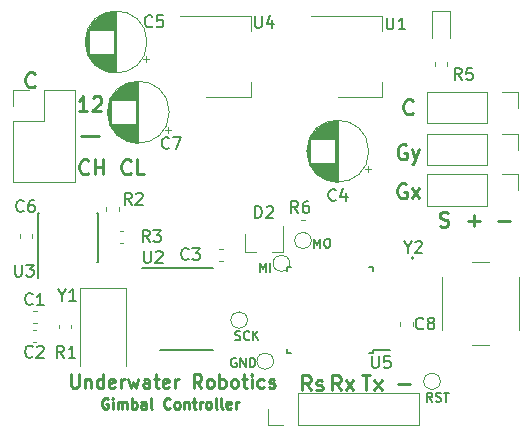
<source format=gbr>
G04 #@! TF.GenerationSoftware,KiCad,Pcbnew,(5.0.1)-3*
G04 #@! TF.CreationDate,2018-11-04T18:32:24-06:00*
G04 #@! TF.ProjectId,Gimble Goblin,47696D626C6520476F626C696E2E6B69,rev?*
G04 #@! TF.SameCoordinates,Original*
G04 #@! TF.FileFunction,Legend,Top*
G04 #@! TF.FilePolarity,Positive*
%FSLAX46Y46*%
G04 Gerber Fmt 4.6, Leading zero omitted, Abs format (unit mm)*
G04 Created by KiCad (PCBNEW (5.0.1)-3) date 11/4/2018 6:32:24 PM*
%MOMM*%
%LPD*%
G01*
G04 APERTURE LIST*
%ADD10C,0.190500*%
%ADD11C,0.222250*%
%ADD12C,0.254000*%
%ADD13C,0.120000*%
%ADD14C,0.200000*%
%ADD15C,0.150000*%
G04 APERTURE END LIST*
D10*
X144057914Y-98795114D02*
X143803914Y-98432257D01*
X143622485Y-98795114D02*
X143622485Y-98033114D01*
X143912771Y-98033114D01*
X143985342Y-98069400D01*
X144021628Y-98105685D01*
X144057914Y-98178257D01*
X144057914Y-98287114D01*
X144021628Y-98359685D01*
X143985342Y-98395971D01*
X143912771Y-98432257D01*
X143622485Y-98432257D01*
X144348200Y-98758828D02*
X144457057Y-98795114D01*
X144638485Y-98795114D01*
X144711057Y-98758828D01*
X144747342Y-98722542D01*
X144783628Y-98649971D01*
X144783628Y-98577400D01*
X144747342Y-98504828D01*
X144711057Y-98468542D01*
X144638485Y-98432257D01*
X144493342Y-98395971D01*
X144420771Y-98359685D01*
X144384485Y-98323400D01*
X144348200Y-98250828D01*
X144348200Y-98178257D01*
X144384485Y-98105685D01*
X144420771Y-98069400D01*
X144493342Y-98033114D01*
X144674771Y-98033114D01*
X144783628Y-98069400D01*
X145001342Y-98033114D02*
X145436771Y-98033114D01*
X145219057Y-98795114D02*
X145219057Y-98033114D01*
X127366485Y-93551828D02*
X127475342Y-93588114D01*
X127656771Y-93588114D01*
X127729342Y-93551828D01*
X127765628Y-93515542D01*
X127801914Y-93442971D01*
X127801914Y-93370400D01*
X127765628Y-93297828D01*
X127729342Y-93261542D01*
X127656771Y-93225257D01*
X127511628Y-93188971D01*
X127439057Y-93152685D01*
X127402771Y-93116400D01*
X127366485Y-93043828D01*
X127366485Y-92971257D01*
X127402771Y-92898685D01*
X127439057Y-92862400D01*
X127511628Y-92826114D01*
X127693057Y-92826114D01*
X127801914Y-92862400D01*
X128563914Y-93515542D02*
X128527628Y-93551828D01*
X128418771Y-93588114D01*
X128346200Y-93588114D01*
X128237342Y-93551828D01*
X128164771Y-93479257D01*
X128128485Y-93406685D01*
X128092200Y-93261542D01*
X128092200Y-93152685D01*
X128128485Y-93007542D01*
X128164771Y-92934971D01*
X128237342Y-92862400D01*
X128346200Y-92826114D01*
X128418771Y-92826114D01*
X128527628Y-92862400D01*
X128563914Y-92898685D01*
X128890485Y-93588114D02*
X128890485Y-92826114D01*
X129325914Y-93588114D02*
X128999342Y-93152685D01*
X129325914Y-92826114D02*
X128890485Y-93261542D01*
X134068457Y-85764914D02*
X134068457Y-85002914D01*
X134322457Y-85547200D01*
X134576457Y-85002914D01*
X134576457Y-85764914D01*
X135084457Y-85002914D02*
X135229600Y-85002914D01*
X135302171Y-85039200D01*
X135374742Y-85111771D01*
X135411028Y-85256914D01*
X135411028Y-85510914D01*
X135374742Y-85656057D01*
X135302171Y-85728628D01*
X135229600Y-85764914D01*
X135084457Y-85764914D01*
X135011885Y-85728628D01*
X134939314Y-85656057D01*
X134903028Y-85510914D01*
X134903028Y-85256914D01*
X134939314Y-85111771D01*
X135011885Y-85039200D01*
X135084457Y-85002914D01*
X129460171Y-87796914D02*
X129460171Y-87034914D01*
X129714171Y-87579200D01*
X129968171Y-87034914D01*
X129968171Y-87796914D01*
X130331028Y-87796914D02*
X130331028Y-87034914D01*
X127435428Y-95148400D02*
X127362857Y-95112114D01*
X127254000Y-95112114D01*
X127145142Y-95148400D01*
X127072571Y-95220971D01*
X127036285Y-95293542D01*
X127000000Y-95438685D01*
X127000000Y-95547542D01*
X127036285Y-95692685D01*
X127072571Y-95765257D01*
X127145142Y-95837828D01*
X127254000Y-95874114D01*
X127326571Y-95874114D01*
X127435428Y-95837828D01*
X127471714Y-95801542D01*
X127471714Y-95547542D01*
X127326571Y-95547542D01*
X127798285Y-95874114D02*
X127798285Y-95112114D01*
X128233714Y-95874114D01*
X128233714Y-95112114D01*
X128596571Y-95874114D02*
X128596571Y-95112114D01*
X128778000Y-95112114D01*
X128886857Y-95148400D01*
X128959428Y-95220971D01*
X128995714Y-95293542D01*
X129032000Y-95438685D01*
X129032000Y-95547542D01*
X128995714Y-95692685D01*
X128959428Y-95765257D01*
X128886857Y-95837828D01*
X128778000Y-95874114D01*
X128596571Y-95874114D01*
D11*
X116569066Y-98564700D02*
X116484400Y-98522366D01*
X116357400Y-98522366D01*
X116230400Y-98564700D01*
X116145733Y-98649366D01*
X116103400Y-98734033D01*
X116061066Y-98903366D01*
X116061066Y-99030366D01*
X116103400Y-99199700D01*
X116145733Y-99284366D01*
X116230400Y-99369033D01*
X116357400Y-99411366D01*
X116442066Y-99411366D01*
X116569066Y-99369033D01*
X116611400Y-99326700D01*
X116611400Y-99030366D01*
X116442066Y-99030366D01*
X116992400Y-99411366D02*
X116992400Y-98818700D01*
X116992400Y-98522366D02*
X116950066Y-98564700D01*
X116992400Y-98607033D01*
X117034733Y-98564700D01*
X116992400Y-98522366D01*
X116992400Y-98607033D01*
X117415733Y-99411366D02*
X117415733Y-98818700D01*
X117415733Y-98903366D02*
X117458066Y-98861033D01*
X117542733Y-98818700D01*
X117669733Y-98818700D01*
X117754400Y-98861033D01*
X117796733Y-98945700D01*
X117796733Y-99411366D01*
X117796733Y-98945700D02*
X117839066Y-98861033D01*
X117923733Y-98818700D01*
X118050733Y-98818700D01*
X118135400Y-98861033D01*
X118177733Y-98945700D01*
X118177733Y-99411366D01*
X118601066Y-99411366D02*
X118601066Y-98522366D01*
X118601066Y-98861033D02*
X118685733Y-98818700D01*
X118855066Y-98818700D01*
X118939733Y-98861033D01*
X118982066Y-98903366D01*
X119024400Y-98988033D01*
X119024400Y-99242033D01*
X118982066Y-99326700D01*
X118939733Y-99369033D01*
X118855066Y-99411366D01*
X118685733Y-99411366D01*
X118601066Y-99369033D01*
X119786400Y-99411366D02*
X119786400Y-98945700D01*
X119744066Y-98861033D01*
X119659400Y-98818700D01*
X119490066Y-98818700D01*
X119405400Y-98861033D01*
X119786400Y-99369033D02*
X119701733Y-99411366D01*
X119490066Y-99411366D01*
X119405400Y-99369033D01*
X119363066Y-99284366D01*
X119363066Y-99199700D01*
X119405400Y-99115033D01*
X119490066Y-99072700D01*
X119701733Y-99072700D01*
X119786400Y-99030366D01*
X120336733Y-99411366D02*
X120252066Y-99369033D01*
X120209733Y-99284366D01*
X120209733Y-98522366D01*
X121860733Y-99326700D02*
X121818400Y-99369033D01*
X121691400Y-99411366D01*
X121606733Y-99411366D01*
X121479733Y-99369033D01*
X121395066Y-99284366D01*
X121352733Y-99199700D01*
X121310400Y-99030366D01*
X121310400Y-98903366D01*
X121352733Y-98734033D01*
X121395066Y-98649366D01*
X121479733Y-98564700D01*
X121606733Y-98522366D01*
X121691400Y-98522366D01*
X121818400Y-98564700D01*
X121860733Y-98607033D01*
X122368733Y-99411366D02*
X122284066Y-99369033D01*
X122241733Y-99326700D01*
X122199400Y-99242033D01*
X122199400Y-98988033D01*
X122241733Y-98903366D01*
X122284066Y-98861033D01*
X122368733Y-98818700D01*
X122495733Y-98818700D01*
X122580400Y-98861033D01*
X122622733Y-98903366D01*
X122665066Y-98988033D01*
X122665066Y-99242033D01*
X122622733Y-99326700D01*
X122580400Y-99369033D01*
X122495733Y-99411366D01*
X122368733Y-99411366D01*
X123046066Y-98818700D02*
X123046066Y-99411366D01*
X123046066Y-98903366D02*
X123088400Y-98861033D01*
X123173066Y-98818700D01*
X123300066Y-98818700D01*
X123384733Y-98861033D01*
X123427066Y-98945700D01*
X123427066Y-99411366D01*
X123723400Y-98818700D02*
X124062066Y-98818700D01*
X123850400Y-98522366D02*
X123850400Y-99284366D01*
X123892733Y-99369033D01*
X123977400Y-99411366D01*
X124062066Y-99411366D01*
X124358400Y-99411366D02*
X124358400Y-98818700D01*
X124358400Y-98988033D02*
X124400733Y-98903366D01*
X124443066Y-98861033D01*
X124527733Y-98818700D01*
X124612400Y-98818700D01*
X125035733Y-99411366D02*
X124951066Y-99369033D01*
X124908733Y-99326700D01*
X124866400Y-99242033D01*
X124866400Y-98988033D01*
X124908733Y-98903366D01*
X124951066Y-98861033D01*
X125035733Y-98818700D01*
X125162733Y-98818700D01*
X125247400Y-98861033D01*
X125289733Y-98903366D01*
X125332066Y-98988033D01*
X125332066Y-99242033D01*
X125289733Y-99326700D01*
X125247400Y-99369033D01*
X125162733Y-99411366D01*
X125035733Y-99411366D01*
X125840066Y-99411366D02*
X125755400Y-99369033D01*
X125713066Y-99284366D01*
X125713066Y-98522366D01*
X126305733Y-99411366D02*
X126221066Y-99369033D01*
X126178733Y-99284366D01*
X126178733Y-98522366D01*
X126983066Y-99369033D02*
X126898400Y-99411366D01*
X126729066Y-99411366D01*
X126644400Y-99369033D01*
X126602066Y-99284366D01*
X126602066Y-98945700D01*
X126644400Y-98861033D01*
X126729066Y-98818700D01*
X126898400Y-98818700D01*
X126983066Y-98861033D01*
X127025400Y-98945700D01*
X127025400Y-99030366D01*
X126602066Y-99115033D01*
X127406400Y-99411366D02*
X127406400Y-98818700D01*
X127406400Y-98988033D02*
X127448733Y-98903366D01*
X127491066Y-98861033D01*
X127575733Y-98818700D01*
X127660400Y-98818700D01*
D12*
X133737047Y-97856523D02*
X133313714Y-97251761D01*
X133011333Y-97856523D02*
X133011333Y-96586523D01*
X133495142Y-96586523D01*
X133616095Y-96647000D01*
X133676571Y-96707476D01*
X133737047Y-96828428D01*
X133737047Y-97009857D01*
X133676571Y-97130809D01*
X133616095Y-97191285D01*
X133495142Y-97251761D01*
X133011333Y-97251761D01*
X134220857Y-97796047D02*
X134341809Y-97856523D01*
X134583714Y-97856523D01*
X134704666Y-97796047D01*
X134765142Y-97675095D01*
X134765142Y-97614619D01*
X134704666Y-97493666D01*
X134583714Y-97433190D01*
X134402285Y-97433190D01*
X134281333Y-97372714D01*
X134220857Y-97251761D01*
X134220857Y-97191285D01*
X134281333Y-97070333D01*
X134402285Y-97009857D01*
X134583714Y-97009857D01*
X134704666Y-97070333D01*
X136277047Y-97856523D02*
X135853714Y-97251761D01*
X135551333Y-97856523D02*
X135551333Y-96586523D01*
X136035142Y-96586523D01*
X136156095Y-96647000D01*
X136216571Y-96707476D01*
X136277047Y-96828428D01*
X136277047Y-97009857D01*
X136216571Y-97130809D01*
X136156095Y-97191285D01*
X136035142Y-97251761D01*
X135551333Y-97251761D01*
X136700380Y-97856523D02*
X137365619Y-97009857D01*
X136700380Y-97009857D02*
X137365619Y-97856523D01*
X138061095Y-96586523D02*
X138786809Y-96586523D01*
X138423952Y-97856523D02*
X138423952Y-96586523D01*
X139089190Y-97856523D02*
X139754428Y-97009857D01*
X139089190Y-97009857D02*
X139754428Y-97856523D01*
X142114209Y-97343685D02*
X141146590Y-97343685D01*
X113447285Y-96503671D02*
X113447285Y-97428957D01*
X113501714Y-97537814D01*
X113556142Y-97592242D01*
X113665000Y-97646671D01*
X113882714Y-97646671D01*
X113991571Y-97592242D01*
X114046000Y-97537814D01*
X114100428Y-97428957D01*
X114100428Y-96503671D01*
X114644714Y-96884671D02*
X114644714Y-97646671D01*
X114644714Y-96993528D02*
X114699142Y-96939100D01*
X114808000Y-96884671D01*
X114971285Y-96884671D01*
X115080142Y-96939100D01*
X115134571Y-97047957D01*
X115134571Y-97646671D01*
X116168714Y-97646671D02*
X116168714Y-96503671D01*
X116168714Y-97592242D02*
X116059857Y-97646671D01*
X115842142Y-97646671D01*
X115733285Y-97592242D01*
X115678857Y-97537814D01*
X115624428Y-97428957D01*
X115624428Y-97102385D01*
X115678857Y-96993528D01*
X115733285Y-96939100D01*
X115842142Y-96884671D01*
X116059857Y-96884671D01*
X116168714Y-96939100D01*
X117148428Y-97592242D02*
X117039571Y-97646671D01*
X116821857Y-97646671D01*
X116713000Y-97592242D01*
X116658571Y-97483385D01*
X116658571Y-97047957D01*
X116713000Y-96939100D01*
X116821857Y-96884671D01*
X117039571Y-96884671D01*
X117148428Y-96939100D01*
X117202857Y-97047957D01*
X117202857Y-97156814D01*
X116658571Y-97265671D01*
X117692714Y-97646671D02*
X117692714Y-96884671D01*
X117692714Y-97102385D02*
X117747142Y-96993528D01*
X117801571Y-96939100D01*
X117910428Y-96884671D01*
X118019285Y-96884671D01*
X118291428Y-96884671D02*
X118509142Y-97646671D01*
X118726857Y-97102385D01*
X118944571Y-97646671D01*
X119162285Y-96884671D01*
X120087571Y-97646671D02*
X120087571Y-97047957D01*
X120033142Y-96939100D01*
X119924285Y-96884671D01*
X119706571Y-96884671D01*
X119597714Y-96939100D01*
X120087571Y-97592242D02*
X119978714Y-97646671D01*
X119706571Y-97646671D01*
X119597714Y-97592242D01*
X119543285Y-97483385D01*
X119543285Y-97374528D01*
X119597714Y-97265671D01*
X119706571Y-97211242D01*
X119978714Y-97211242D01*
X120087571Y-97156814D01*
X120468571Y-96884671D02*
X120904000Y-96884671D01*
X120631857Y-96503671D02*
X120631857Y-97483385D01*
X120686285Y-97592242D01*
X120795142Y-97646671D01*
X120904000Y-97646671D01*
X121720428Y-97592242D02*
X121611571Y-97646671D01*
X121393857Y-97646671D01*
X121285000Y-97592242D01*
X121230571Y-97483385D01*
X121230571Y-97047957D01*
X121285000Y-96939100D01*
X121393857Y-96884671D01*
X121611571Y-96884671D01*
X121720428Y-96939100D01*
X121774857Y-97047957D01*
X121774857Y-97156814D01*
X121230571Y-97265671D01*
X122264714Y-97646671D02*
X122264714Y-96884671D01*
X122264714Y-97102385D02*
X122319142Y-96993528D01*
X122373571Y-96939100D01*
X122482428Y-96884671D01*
X122591285Y-96884671D01*
X124496285Y-97646671D02*
X124115285Y-97102385D01*
X123843142Y-97646671D02*
X123843142Y-96503671D01*
X124278571Y-96503671D01*
X124387428Y-96558100D01*
X124441857Y-96612528D01*
X124496285Y-96721385D01*
X124496285Y-96884671D01*
X124441857Y-96993528D01*
X124387428Y-97047957D01*
X124278571Y-97102385D01*
X123843142Y-97102385D01*
X125149428Y-97646671D02*
X125040571Y-97592242D01*
X124986142Y-97537814D01*
X124931714Y-97428957D01*
X124931714Y-97102385D01*
X124986142Y-96993528D01*
X125040571Y-96939100D01*
X125149428Y-96884671D01*
X125312714Y-96884671D01*
X125421571Y-96939100D01*
X125476000Y-96993528D01*
X125530428Y-97102385D01*
X125530428Y-97428957D01*
X125476000Y-97537814D01*
X125421571Y-97592242D01*
X125312714Y-97646671D01*
X125149428Y-97646671D01*
X126020285Y-97646671D02*
X126020285Y-96503671D01*
X126020285Y-96939100D02*
X126129142Y-96884671D01*
X126346857Y-96884671D01*
X126455714Y-96939100D01*
X126510142Y-96993528D01*
X126564571Y-97102385D01*
X126564571Y-97428957D01*
X126510142Y-97537814D01*
X126455714Y-97592242D01*
X126346857Y-97646671D01*
X126129142Y-97646671D01*
X126020285Y-97592242D01*
X127217714Y-97646671D02*
X127108857Y-97592242D01*
X127054428Y-97537814D01*
X127000000Y-97428957D01*
X127000000Y-97102385D01*
X127054428Y-96993528D01*
X127108857Y-96939100D01*
X127217714Y-96884671D01*
X127381000Y-96884671D01*
X127489857Y-96939100D01*
X127544285Y-96993528D01*
X127598714Y-97102385D01*
X127598714Y-97428957D01*
X127544285Y-97537814D01*
X127489857Y-97592242D01*
X127381000Y-97646671D01*
X127217714Y-97646671D01*
X127925285Y-96884671D02*
X128360714Y-96884671D01*
X128088571Y-96503671D02*
X128088571Y-97483385D01*
X128143000Y-97592242D01*
X128251857Y-97646671D01*
X128360714Y-97646671D01*
X128741714Y-97646671D02*
X128741714Y-96884671D01*
X128741714Y-96503671D02*
X128687285Y-96558100D01*
X128741714Y-96612528D01*
X128796142Y-96558100D01*
X128741714Y-96503671D01*
X128741714Y-96612528D01*
X129775857Y-97592242D02*
X129666999Y-97646671D01*
X129449285Y-97646671D01*
X129340428Y-97592242D01*
X129285999Y-97537814D01*
X129231571Y-97428957D01*
X129231571Y-97102385D01*
X129285999Y-96993528D01*
X129340428Y-96939100D01*
X129449285Y-96884671D01*
X129666999Y-96884671D01*
X129775857Y-96939100D01*
X130211285Y-97592242D02*
X130320142Y-97646671D01*
X130537857Y-97646671D01*
X130646714Y-97592242D01*
X130701142Y-97483385D01*
X130701142Y-97428957D01*
X130646714Y-97320100D01*
X130537857Y-97265671D01*
X130374571Y-97265671D01*
X130265714Y-97211242D01*
X130211285Y-97102385D01*
X130211285Y-97047957D01*
X130265714Y-96939100D01*
X130374571Y-96884671D01*
X130537857Y-96884671D01*
X130646714Y-96939100D01*
X110375095Y-72081571D02*
X110314619Y-72142047D01*
X110133190Y-72202523D01*
X110012238Y-72202523D01*
X109830809Y-72142047D01*
X109709857Y-72021095D01*
X109649380Y-71900142D01*
X109588904Y-71658238D01*
X109588904Y-71476809D01*
X109649380Y-71234904D01*
X109709857Y-71113952D01*
X109830809Y-70993000D01*
X110012238Y-70932523D01*
X110133190Y-70932523D01*
X110314619Y-70993000D01*
X110375095Y-71053476D01*
X114820095Y-74234523D02*
X114094380Y-74234523D01*
X114457238Y-74234523D02*
X114457238Y-72964523D01*
X114336285Y-73145952D01*
X114215333Y-73266904D01*
X114094380Y-73327380D01*
X115303904Y-73085476D02*
X115364380Y-73025000D01*
X115485333Y-72964523D01*
X115787714Y-72964523D01*
X115908666Y-73025000D01*
X115969142Y-73085476D01*
X116029619Y-73206428D01*
X116029619Y-73327380D01*
X115969142Y-73508809D01*
X115243428Y-74234523D01*
X116029619Y-74234523D01*
X115787714Y-76317928D02*
X114336285Y-76317928D01*
X114935000Y-79447571D02*
X114874523Y-79508047D01*
X114693095Y-79568523D01*
X114572142Y-79568523D01*
X114390714Y-79508047D01*
X114269761Y-79387095D01*
X114209285Y-79266142D01*
X114148809Y-79024238D01*
X114148809Y-78842809D01*
X114209285Y-78600904D01*
X114269761Y-78479952D01*
X114390714Y-78359000D01*
X114572142Y-78298523D01*
X114693095Y-78298523D01*
X114874523Y-78359000D01*
X114935000Y-78419476D01*
X115479285Y-79568523D02*
X115479285Y-78298523D01*
X115479285Y-78903285D02*
X116205000Y-78903285D01*
X116205000Y-79568523D02*
X116205000Y-78298523D01*
X118503095Y-79447571D02*
X118442619Y-79508047D01*
X118261190Y-79568523D01*
X118140238Y-79568523D01*
X117958809Y-79508047D01*
X117837857Y-79387095D01*
X117777380Y-79266142D01*
X117716904Y-79024238D01*
X117716904Y-78842809D01*
X117777380Y-78600904D01*
X117837857Y-78479952D01*
X117958809Y-78359000D01*
X118140238Y-78298523D01*
X118261190Y-78298523D01*
X118442619Y-78359000D01*
X118503095Y-78419476D01*
X119652142Y-79568523D02*
X119047380Y-79568523D01*
X119047380Y-78298523D01*
X150597809Y-83475285D02*
X149630190Y-83475285D01*
X148057809Y-83475285D02*
X147090190Y-83475285D01*
X147574000Y-82991476D02*
X147574000Y-83959095D01*
X142379095Y-74367571D02*
X142318619Y-74428047D01*
X142137190Y-74488523D01*
X142016238Y-74488523D01*
X141834809Y-74428047D01*
X141713857Y-74307095D01*
X141653380Y-74186142D01*
X141592904Y-73944238D01*
X141592904Y-73762809D01*
X141653380Y-73520904D01*
X141713857Y-73399952D01*
X141834809Y-73279000D01*
X142016238Y-73218523D01*
X142137190Y-73218523D01*
X142318619Y-73279000D01*
X142379095Y-73339476D01*
X141834809Y-77089000D02*
X141713857Y-77028523D01*
X141532428Y-77028523D01*
X141351000Y-77089000D01*
X141230047Y-77209952D01*
X141169571Y-77330904D01*
X141109095Y-77572809D01*
X141109095Y-77754238D01*
X141169571Y-77996142D01*
X141230047Y-78117095D01*
X141351000Y-78238047D01*
X141532428Y-78298523D01*
X141653380Y-78298523D01*
X141834809Y-78238047D01*
X141895285Y-78177571D01*
X141895285Y-77754238D01*
X141653380Y-77754238D01*
X142318619Y-77451857D02*
X142621000Y-78298523D01*
X142923380Y-77451857D02*
X142621000Y-78298523D01*
X142500047Y-78600904D01*
X142439571Y-78661380D01*
X142318619Y-78721857D01*
X141804571Y-80391000D02*
X141683619Y-80330523D01*
X141502190Y-80330523D01*
X141320761Y-80391000D01*
X141199809Y-80511952D01*
X141139333Y-80632904D01*
X141078857Y-80874809D01*
X141078857Y-81056238D01*
X141139333Y-81298142D01*
X141199809Y-81419095D01*
X141320761Y-81540047D01*
X141502190Y-81600523D01*
X141623142Y-81600523D01*
X141804571Y-81540047D01*
X141865047Y-81479571D01*
X141865047Y-81056238D01*
X141623142Y-81056238D01*
X142288380Y-81600523D02*
X142953619Y-80753857D01*
X142288380Y-80753857D02*
X142953619Y-81600523D01*
X145396857Y-82797952D02*
X145215428Y-82737476D01*
X144913047Y-82737476D01*
X144792095Y-82797952D01*
X144731619Y-82858428D01*
X144671142Y-82979380D01*
X144671142Y-83100333D01*
X144731619Y-83221285D01*
X144792095Y-83281761D01*
X144913047Y-83342238D01*
X145154952Y-83402714D01*
X145275904Y-83463190D01*
X145336380Y-83523666D01*
X145396857Y-83644619D01*
X145396857Y-83765571D01*
X145336380Y-83886523D01*
X145275904Y-83947000D01*
X145154952Y-84007476D01*
X144852571Y-84007476D01*
X144671142Y-83947000D01*
D13*
G04 #@! TO.C,TP2*
X131967200Y-87096600D02*
G75*
G03X131967200Y-87096600I-700000J0D01*
G01*
G04 #@! TO.C,TP1*
X133796000Y-85166200D02*
G75*
G03X133796000Y-85166200I-700000J0D01*
G01*
G04 #@! TO.C,TP3*
X128385800Y-91897200D02*
G75*
G03X128385800Y-91897200I-700000J0D01*
G01*
G04 #@! TO.C,TP4*
X144718000Y-97078800D02*
G75*
G03X144718000Y-97078800I-700000J0D01*
G01*
G04 #@! TO.C,TP5*
X130595600Y-95377000D02*
G75*
G03X130595600Y-95377000I-700000J0D01*
G01*
G04 #@! TO.C,C4*
X138657000Y-77597000D02*
G75*
G03X138657000Y-77597000I-2620000J0D01*
G01*
X136037000Y-80177000D02*
X136037000Y-75017000D01*
X135997000Y-80177000D02*
X135997000Y-75017000D01*
X135957000Y-80176000D02*
X135957000Y-75018000D01*
X135917000Y-80175000D02*
X135917000Y-75019000D01*
X135877000Y-80173000D02*
X135877000Y-75021000D01*
X135837000Y-80170000D02*
X135837000Y-75024000D01*
X135797000Y-80166000D02*
X135797000Y-78637000D01*
X135797000Y-76557000D02*
X135797000Y-75028000D01*
X135757000Y-80162000D02*
X135757000Y-78637000D01*
X135757000Y-76557000D02*
X135757000Y-75032000D01*
X135717000Y-80158000D02*
X135717000Y-78637000D01*
X135717000Y-76557000D02*
X135717000Y-75036000D01*
X135677000Y-80153000D02*
X135677000Y-78637000D01*
X135677000Y-76557000D02*
X135677000Y-75041000D01*
X135637000Y-80147000D02*
X135637000Y-78637000D01*
X135637000Y-76557000D02*
X135637000Y-75047000D01*
X135597000Y-80140000D02*
X135597000Y-78637000D01*
X135597000Y-76557000D02*
X135597000Y-75054000D01*
X135557000Y-80133000D02*
X135557000Y-78637000D01*
X135557000Y-76557000D02*
X135557000Y-75061000D01*
X135517000Y-80125000D02*
X135517000Y-78637000D01*
X135517000Y-76557000D02*
X135517000Y-75069000D01*
X135477000Y-80117000D02*
X135477000Y-78637000D01*
X135477000Y-76557000D02*
X135477000Y-75077000D01*
X135437000Y-80108000D02*
X135437000Y-78637000D01*
X135437000Y-76557000D02*
X135437000Y-75086000D01*
X135397000Y-80098000D02*
X135397000Y-78637000D01*
X135397000Y-76557000D02*
X135397000Y-75096000D01*
X135357000Y-80088000D02*
X135357000Y-78637000D01*
X135357000Y-76557000D02*
X135357000Y-75106000D01*
X135316000Y-80077000D02*
X135316000Y-78637000D01*
X135316000Y-76557000D02*
X135316000Y-75117000D01*
X135276000Y-80065000D02*
X135276000Y-78637000D01*
X135276000Y-76557000D02*
X135276000Y-75129000D01*
X135236000Y-80052000D02*
X135236000Y-78637000D01*
X135236000Y-76557000D02*
X135236000Y-75142000D01*
X135196000Y-80039000D02*
X135196000Y-78637000D01*
X135196000Y-76557000D02*
X135196000Y-75155000D01*
X135156000Y-80025000D02*
X135156000Y-78637000D01*
X135156000Y-76557000D02*
X135156000Y-75169000D01*
X135116000Y-80011000D02*
X135116000Y-78637000D01*
X135116000Y-76557000D02*
X135116000Y-75183000D01*
X135076000Y-79995000D02*
X135076000Y-78637000D01*
X135076000Y-76557000D02*
X135076000Y-75199000D01*
X135036000Y-79979000D02*
X135036000Y-78637000D01*
X135036000Y-76557000D02*
X135036000Y-75215000D01*
X134996000Y-79962000D02*
X134996000Y-78637000D01*
X134996000Y-76557000D02*
X134996000Y-75232000D01*
X134956000Y-79945000D02*
X134956000Y-78637000D01*
X134956000Y-76557000D02*
X134956000Y-75249000D01*
X134916000Y-79926000D02*
X134916000Y-78637000D01*
X134916000Y-76557000D02*
X134916000Y-75268000D01*
X134876000Y-79907000D02*
X134876000Y-78637000D01*
X134876000Y-76557000D02*
X134876000Y-75287000D01*
X134836000Y-79887000D02*
X134836000Y-78637000D01*
X134836000Y-76557000D02*
X134836000Y-75307000D01*
X134796000Y-79865000D02*
X134796000Y-78637000D01*
X134796000Y-76557000D02*
X134796000Y-75329000D01*
X134756000Y-79844000D02*
X134756000Y-78637000D01*
X134756000Y-76557000D02*
X134756000Y-75350000D01*
X134716000Y-79821000D02*
X134716000Y-78637000D01*
X134716000Y-76557000D02*
X134716000Y-75373000D01*
X134676000Y-79797000D02*
X134676000Y-78637000D01*
X134676000Y-76557000D02*
X134676000Y-75397000D01*
X134636000Y-79772000D02*
X134636000Y-78637000D01*
X134636000Y-76557000D02*
X134636000Y-75422000D01*
X134596000Y-79746000D02*
X134596000Y-78637000D01*
X134596000Y-76557000D02*
X134596000Y-75448000D01*
X134556000Y-79719000D02*
X134556000Y-78637000D01*
X134556000Y-76557000D02*
X134556000Y-75475000D01*
X134516000Y-79692000D02*
X134516000Y-78637000D01*
X134516000Y-76557000D02*
X134516000Y-75502000D01*
X134476000Y-79662000D02*
X134476000Y-78637000D01*
X134476000Y-76557000D02*
X134476000Y-75532000D01*
X134436000Y-79632000D02*
X134436000Y-78637000D01*
X134436000Y-76557000D02*
X134436000Y-75562000D01*
X134396000Y-79601000D02*
X134396000Y-78637000D01*
X134396000Y-76557000D02*
X134396000Y-75593000D01*
X134356000Y-79568000D02*
X134356000Y-78637000D01*
X134356000Y-76557000D02*
X134356000Y-75626000D01*
X134316000Y-79534000D02*
X134316000Y-78637000D01*
X134316000Y-76557000D02*
X134316000Y-75660000D01*
X134276000Y-79498000D02*
X134276000Y-78637000D01*
X134276000Y-76557000D02*
X134276000Y-75696000D01*
X134236000Y-79461000D02*
X134236000Y-78637000D01*
X134236000Y-76557000D02*
X134236000Y-75733000D01*
X134196000Y-79423000D02*
X134196000Y-78637000D01*
X134196000Y-76557000D02*
X134196000Y-75771000D01*
X134156000Y-79382000D02*
X134156000Y-78637000D01*
X134156000Y-76557000D02*
X134156000Y-75812000D01*
X134116000Y-79340000D02*
X134116000Y-78637000D01*
X134116000Y-76557000D02*
X134116000Y-75854000D01*
X134076000Y-79296000D02*
X134076000Y-78637000D01*
X134076000Y-76557000D02*
X134076000Y-75898000D01*
X134036000Y-79250000D02*
X134036000Y-78637000D01*
X134036000Y-76557000D02*
X134036000Y-75944000D01*
X133996000Y-79202000D02*
X133996000Y-78637000D01*
X133996000Y-76557000D02*
X133996000Y-75992000D01*
X133956000Y-79151000D02*
X133956000Y-78637000D01*
X133956000Y-76557000D02*
X133956000Y-76043000D01*
X133916000Y-79097000D02*
X133916000Y-78637000D01*
X133916000Y-76557000D02*
X133916000Y-76097000D01*
X133876000Y-79040000D02*
X133876000Y-78637000D01*
X133876000Y-76557000D02*
X133876000Y-76154000D01*
X133836000Y-78980000D02*
X133836000Y-78637000D01*
X133836000Y-76557000D02*
X133836000Y-76214000D01*
X133796000Y-78916000D02*
X133796000Y-78637000D01*
X133796000Y-76557000D02*
X133796000Y-76278000D01*
X133756000Y-78848000D02*
X133756000Y-78637000D01*
X133756000Y-76557000D02*
X133756000Y-76346000D01*
X133716000Y-78775000D02*
X133716000Y-76419000D01*
X133676000Y-78695000D02*
X133676000Y-76499000D01*
X133636000Y-78608000D02*
X133636000Y-76586000D01*
X133596000Y-78512000D02*
X133596000Y-76682000D01*
X133556000Y-78402000D02*
X133556000Y-76792000D01*
X133516000Y-78274000D02*
X133516000Y-76920000D01*
X133476000Y-78115000D02*
X133476000Y-77079000D01*
X133436000Y-77881000D02*
X133436000Y-77313000D01*
X138841775Y-79072000D02*
X138341775Y-79072000D01*
X138591775Y-79322000D02*
X138591775Y-78822000D01*
G04 #@! TO.C,SW1*
X144868000Y-88226000D02*
X144868000Y-92726000D01*
X148868000Y-86976000D02*
X147368000Y-86976000D01*
X151368000Y-92726000D02*
X151368000Y-88226000D01*
X147368000Y-93976000D02*
X148868000Y-93976000D01*
D14*
G04 #@! TO.C,Y2*
X142437710Y-86623000D02*
G75*
G03X142437710Y-86623000I-70710J0D01*
G01*
D13*
G04 #@! TO.C,C8*
X142369000Y-92064721D02*
X142369000Y-92390279D01*
X141349000Y-92064721D02*
X141349000Y-92390279D01*
G04 #@! TO.C,J5*
X142935000Y-100771000D02*
X142935000Y-98111000D01*
X132715000Y-100771000D02*
X142935000Y-100771000D01*
X132715000Y-98111000D02*
X142935000Y-98111000D01*
X132715000Y-100771000D02*
X132715000Y-98111000D01*
X131445000Y-100771000D02*
X130115000Y-100771000D01*
X130115000Y-100771000D02*
X130115000Y-99441000D01*
G04 #@! TO.C,D1*
X145515000Y-68008500D02*
X145515000Y-65723500D01*
X145515000Y-65723500D02*
X144045000Y-65723500D01*
X144045000Y-65723500D02*
X144045000Y-68008500D01*
D15*
G04 #@! TO.C,U5*
X139007000Y-94684000D02*
X139007000Y-94459000D01*
X131757000Y-94684000D02*
X131757000Y-94359000D01*
X131757000Y-87434000D02*
X131757000Y-87759000D01*
X139007000Y-87434000D02*
X139007000Y-87759000D01*
X139007000Y-94684000D02*
X138682000Y-94684000D01*
X139007000Y-87434000D02*
X138682000Y-87434000D01*
X131757000Y-87434000D02*
X132082000Y-87434000D01*
X131757000Y-94684000D02*
X132082000Y-94684000D01*
X139007000Y-94459000D02*
X140432000Y-94459000D01*
D13*
G04 #@! TO.C,D2*
X128214000Y-86104000D02*
X129144000Y-86104000D01*
X131374000Y-86104000D02*
X130444000Y-86104000D01*
X131374000Y-86104000D02*
X131374000Y-83944000D01*
X128214000Y-86104000D02*
X128214000Y-84644000D01*
G04 #@! TO.C,R5*
X144270000Y-70393779D02*
X144270000Y-70068221D01*
X145290000Y-70393779D02*
X145290000Y-70068221D01*
G04 #@! TO.C,R6*
X132958521Y-84406200D02*
X133284079Y-84406200D01*
X132958521Y-83386200D02*
X133284079Y-83386200D01*
G04 #@! TO.C,C7*
X121766000Y-74295000D02*
G75*
G03X121766000Y-74295000I-2620000J0D01*
G01*
X119146000Y-76875000D02*
X119146000Y-71715000D01*
X119106000Y-76875000D02*
X119106000Y-71715000D01*
X119066000Y-76874000D02*
X119066000Y-71716000D01*
X119026000Y-76873000D02*
X119026000Y-71717000D01*
X118986000Y-76871000D02*
X118986000Y-71719000D01*
X118946000Y-76868000D02*
X118946000Y-71722000D01*
X118906000Y-76864000D02*
X118906000Y-75335000D01*
X118906000Y-73255000D02*
X118906000Y-71726000D01*
X118866000Y-76860000D02*
X118866000Y-75335000D01*
X118866000Y-73255000D02*
X118866000Y-71730000D01*
X118826000Y-76856000D02*
X118826000Y-75335000D01*
X118826000Y-73255000D02*
X118826000Y-71734000D01*
X118786000Y-76851000D02*
X118786000Y-75335000D01*
X118786000Y-73255000D02*
X118786000Y-71739000D01*
X118746000Y-76845000D02*
X118746000Y-75335000D01*
X118746000Y-73255000D02*
X118746000Y-71745000D01*
X118706000Y-76838000D02*
X118706000Y-75335000D01*
X118706000Y-73255000D02*
X118706000Y-71752000D01*
X118666000Y-76831000D02*
X118666000Y-75335000D01*
X118666000Y-73255000D02*
X118666000Y-71759000D01*
X118626000Y-76823000D02*
X118626000Y-75335000D01*
X118626000Y-73255000D02*
X118626000Y-71767000D01*
X118586000Y-76815000D02*
X118586000Y-75335000D01*
X118586000Y-73255000D02*
X118586000Y-71775000D01*
X118546000Y-76806000D02*
X118546000Y-75335000D01*
X118546000Y-73255000D02*
X118546000Y-71784000D01*
X118506000Y-76796000D02*
X118506000Y-75335000D01*
X118506000Y-73255000D02*
X118506000Y-71794000D01*
X118466000Y-76786000D02*
X118466000Y-75335000D01*
X118466000Y-73255000D02*
X118466000Y-71804000D01*
X118425000Y-76775000D02*
X118425000Y-75335000D01*
X118425000Y-73255000D02*
X118425000Y-71815000D01*
X118385000Y-76763000D02*
X118385000Y-75335000D01*
X118385000Y-73255000D02*
X118385000Y-71827000D01*
X118345000Y-76750000D02*
X118345000Y-75335000D01*
X118345000Y-73255000D02*
X118345000Y-71840000D01*
X118305000Y-76737000D02*
X118305000Y-75335000D01*
X118305000Y-73255000D02*
X118305000Y-71853000D01*
X118265000Y-76723000D02*
X118265000Y-75335000D01*
X118265000Y-73255000D02*
X118265000Y-71867000D01*
X118225000Y-76709000D02*
X118225000Y-75335000D01*
X118225000Y-73255000D02*
X118225000Y-71881000D01*
X118185000Y-76693000D02*
X118185000Y-75335000D01*
X118185000Y-73255000D02*
X118185000Y-71897000D01*
X118145000Y-76677000D02*
X118145000Y-75335000D01*
X118145000Y-73255000D02*
X118145000Y-71913000D01*
X118105000Y-76660000D02*
X118105000Y-75335000D01*
X118105000Y-73255000D02*
X118105000Y-71930000D01*
X118065000Y-76643000D02*
X118065000Y-75335000D01*
X118065000Y-73255000D02*
X118065000Y-71947000D01*
X118025000Y-76624000D02*
X118025000Y-75335000D01*
X118025000Y-73255000D02*
X118025000Y-71966000D01*
X117985000Y-76605000D02*
X117985000Y-75335000D01*
X117985000Y-73255000D02*
X117985000Y-71985000D01*
X117945000Y-76585000D02*
X117945000Y-75335000D01*
X117945000Y-73255000D02*
X117945000Y-72005000D01*
X117905000Y-76563000D02*
X117905000Y-75335000D01*
X117905000Y-73255000D02*
X117905000Y-72027000D01*
X117865000Y-76542000D02*
X117865000Y-75335000D01*
X117865000Y-73255000D02*
X117865000Y-72048000D01*
X117825000Y-76519000D02*
X117825000Y-75335000D01*
X117825000Y-73255000D02*
X117825000Y-72071000D01*
X117785000Y-76495000D02*
X117785000Y-75335000D01*
X117785000Y-73255000D02*
X117785000Y-72095000D01*
X117745000Y-76470000D02*
X117745000Y-75335000D01*
X117745000Y-73255000D02*
X117745000Y-72120000D01*
X117705000Y-76444000D02*
X117705000Y-75335000D01*
X117705000Y-73255000D02*
X117705000Y-72146000D01*
X117665000Y-76417000D02*
X117665000Y-75335000D01*
X117665000Y-73255000D02*
X117665000Y-72173000D01*
X117625000Y-76390000D02*
X117625000Y-75335000D01*
X117625000Y-73255000D02*
X117625000Y-72200000D01*
X117585000Y-76360000D02*
X117585000Y-75335000D01*
X117585000Y-73255000D02*
X117585000Y-72230000D01*
X117545000Y-76330000D02*
X117545000Y-75335000D01*
X117545000Y-73255000D02*
X117545000Y-72260000D01*
X117505000Y-76299000D02*
X117505000Y-75335000D01*
X117505000Y-73255000D02*
X117505000Y-72291000D01*
X117465000Y-76266000D02*
X117465000Y-75335000D01*
X117465000Y-73255000D02*
X117465000Y-72324000D01*
X117425000Y-76232000D02*
X117425000Y-75335000D01*
X117425000Y-73255000D02*
X117425000Y-72358000D01*
X117385000Y-76196000D02*
X117385000Y-75335000D01*
X117385000Y-73255000D02*
X117385000Y-72394000D01*
X117345000Y-76159000D02*
X117345000Y-75335000D01*
X117345000Y-73255000D02*
X117345000Y-72431000D01*
X117305000Y-76121000D02*
X117305000Y-75335000D01*
X117305000Y-73255000D02*
X117305000Y-72469000D01*
X117265000Y-76080000D02*
X117265000Y-75335000D01*
X117265000Y-73255000D02*
X117265000Y-72510000D01*
X117225000Y-76038000D02*
X117225000Y-75335000D01*
X117225000Y-73255000D02*
X117225000Y-72552000D01*
X117185000Y-75994000D02*
X117185000Y-75335000D01*
X117185000Y-73255000D02*
X117185000Y-72596000D01*
X117145000Y-75948000D02*
X117145000Y-75335000D01*
X117145000Y-73255000D02*
X117145000Y-72642000D01*
X117105000Y-75900000D02*
X117105000Y-75335000D01*
X117105000Y-73255000D02*
X117105000Y-72690000D01*
X117065000Y-75849000D02*
X117065000Y-75335000D01*
X117065000Y-73255000D02*
X117065000Y-72741000D01*
X117025000Y-75795000D02*
X117025000Y-75335000D01*
X117025000Y-73255000D02*
X117025000Y-72795000D01*
X116985000Y-75738000D02*
X116985000Y-75335000D01*
X116985000Y-73255000D02*
X116985000Y-72852000D01*
X116945000Y-75678000D02*
X116945000Y-75335000D01*
X116945000Y-73255000D02*
X116945000Y-72912000D01*
X116905000Y-75614000D02*
X116905000Y-75335000D01*
X116905000Y-73255000D02*
X116905000Y-72976000D01*
X116865000Y-75546000D02*
X116865000Y-75335000D01*
X116865000Y-73255000D02*
X116865000Y-73044000D01*
X116825000Y-75473000D02*
X116825000Y-73117000D01*
X116785000Y-75393000D02*
X116785000Y-73197000D01*
X116745000Y-75306000D02*
X116745000Y-73284000D01*
X116705000Y-75210000D02*
X116705000Y-73380000D01*
X116665000Y-75100000D02*
X116665000Y-73490000D01*
X116625000Y-74972000D02*
X116625000Y-73618000D01*
X116585000Y-74813000D02*
X116585000Y-73777000D01*
X116545000Y-74579000D02*
X116545000Y-74011000D01*
X121950775Y-75770000D02*
X121450775Y-75770000D01*
X121700775Y-76020000D02*
X121700775Y-75520000D01*
G04 #@! TO.C,C1*
X110572363Y-91139441D02*
X110246805Y-91139441D01*
X110572363Y-92159441D02*
X110246805Y-92159441D01*
G04 #@! TO.C,C2*
X110200221Y-92708000D02*
X110525779Y-92708000D01*
X110200221Y-93728000D02*
X110525779Y-93728000D01*
G04 #@! TO.C,C3*
X125973721Y-86870000D02*
X126299279Y-86870000D01*
X125973721Y-85850000D02*
X126299279Y-85850000D01*
G04 #@! TO.C,C6*
X110161800Y-84647721D02*
X110161800Y-84973279D01*
X109141800Y-84647721D02*
X109141800Y-84973279D01*
G04 #@! TO.C,C5*
X119886400Y-68351400D02*
G75*
G03X119886400Y-68351400I-2620000J0D01*
G01*
X117266400Y-70931400D02*
X117266400Y-65771400D01*
X117226400Y-70931400D02*
X117226400Y-65771400D01*
X117186400Y-70930400D02*
X117186400Y-65772400D01*
X117146400Y-70929400D02*
X117146400Y-65773400D01*
X117106400Y-70927400D02*
X117106400Y-65775400D01*
X117066400Y-70924400D02*
X117066400Y-65778400D01*
X117026400Y-70920400D02*
X117026400Y-69391400D01*
X117026400Y-67311400D02*
X117026400Y-65782400D01*
X116986400Y-70916400D02*
X116986400Y-69391400D01*
X116986400Y-67311400D02*
X116986400Y-65786400D01*
X116946400Y-70912400D02*
X116946400Y-69391400D01*
X116946400Y-67311400D02*
X116946400Y-65790400D01*
X116906400Y-70907400D02*
X116906400Y-69391400D01*
X116906400Y-67311400D02*
X116906400Y-65795400D01*
X116866400Y-70901400D02*
X116866400Y-69391400D01*
X116866400Y-67311400D02*
X116866400Y-65801400D01*
X116826400Y-70894400D02*
X116826400Y-69391400D01*
X116826400Y-67311400D02*
X116826400Y-65808400D01*
X116786400Y-70887400D02*
X116786400Y-69391400D01*
X116786400Y-67311400D02*
X116786400Y-65815400D01*
X116746400Y-70879400D02*
X116746400Y-69391400D01*
X116746400Y-67311400D02*
X116746400Y-65823400D01*
X116706400Y-70871400D02*
X116706400Y-69391400D01*
X116706400Y-67311400D02*
X116706400Y-65831400D01*
X116666400Y-70862400D02*
X116666400Y-69391400D01*
X116666400Y-67311400D02*
X116666400Y-65840400D01*
X116626400Y-70852400D02*
X116626400Y-69391400D01*
X116626400Y-67311400D02*
X116626400Y-65850400D01*
X116586400Y-70842400D02*
X116586400Y-69391400D01*
X116586400Y-67311400D02*
X116586400Y-65860400D01*
X116545400Y-70831400D02*
X116545400Y-69391400D01*
X116545400Y-67311400D02*
X116545400Y-65871400D01*
X116505400Y-70819400D02*
X116505400Y-69391400D01*
X116505400Y-67311400D02*
X116505400Y-65883400D01*
X116465400Y-70806400D02*
X116465400Y-69391400D01*
X116465400Y-67311400D02*
X116465400Y-65896400D01*
X116425400Y-70793400D02*
X116425400Y-69391400D01*
X116425400Y-67311400D02*
X116425400Y-65909400D01*
X116385400Y-70779400D02*
X116385400Y-69391400D01*
X116385400Y-67311400D02*
X116385400Y-65923400D01*
X116345400Y-70765400D02*
X116345400Y-69391400D01*
X116345400Y-67311400D02*
X116345400Y-65937400D01*
X116305400Y-70749400D02*
X116305400Y-69391400D01*
X116305400Y-67311400D02*
X116305400Y-65953400D01*
X116265400Y-70733400D02*
X116265400Y-69391400D01*
X116265400Y-67311400D02*
X116265400Y-65969400D01*
X116225400Y-70716400D02*
X116225400Y-69391400D01*
X116225400Y-67311400D02*
X116225400Y-65986400D01*
X116185400Y-70699400D02*
X116185400Y-69391400D01*
X116185400Y-67311400D02*
X116185400Y-66003400D01*
X116145400Y-70680400D02*
X116145400Y-69391400D01*
X116145400Y-67311400D02*
X116145400Y-66022400D01*
X116105400Y-70661400D02*
X116105400Y-69391400D01*
X116105400Y-67311400D02*
X116105400Y-66041400D01*
X116065400Y-70641400D02*
X116065400Y-69391400D01*
X116065400Y-67311400D02*
X116065400Y-66061400D01*
X116025400Y-70619400D02*
X116025400Y-69391400D01*
X116025400Y-67311400D02*
X116025400Y-66083400D01*
X115985400Y-70598400D02*
X115985400Y-69391400D01*
X115985400Y-67311400D02*
X115985400Y-66104400D01*
X115945400Y-70575400D02*
X115945400Y-69391400D01*
X115945400Y-67311400D02*
X115945400Y-66127400D01*
X115905400Y-70551400D02*
X115905400Y-69391400D01*
X115905400Y-67311400D02*
X115905400Y-66151400D01*
X115865400Y-70526400D02*
X115865400Y-69391400D01*
X115865400Y-67311400D02*
X115865400Y-66176400D01*
X115825400Y-70500400D02*
X115825400Y-69391400D01*
X115825400Y-67311400D02*
X115825400Y-66202400D01*
X115785400Y-70473400D02*
X115785400Y-69391400D01*
X115785400Y-67311400D02*
X115785400Y-66229400D01*
X115745400Y-70446400D02*
X115745400Y-69391400D01*
X115745400Y-67311400D02*
X115745400Y-66256400D01*
X115705400Y-70416400D02*
X115705400Y-69391400D01*
X115705400Y-67311400D02*
X115705400Y-66286400D01*
X115665400Y-70386400D02*
X115665400Y-69391400D01*
X115665400Y-67311400D02*
X115665400Y-66316400D01*
X115625400Y-70355400D02*
X115625400Y-69391400D01*
X115625400Y-67311400D02*
X115625400Y-66347400D01*
X115585400Y-70322400D02*
X115585400Y-69391400D01*
X115585400Y-67311400D02*
X115585400Y-66380400D01*
X115545400Y-70288400D02*
X115545400Y-69391400D01*
X115545400Y-67311400D02*
X115545400Y-66414400D01*
X115505400Y-70252400D02*
X115505400Y-69391400D01*
X115505400Y-67311400D02*
X115505400Y-66450400D01*
X115465400Y-70215400D02*
X115465400Y-69391400D01*
X115465400Y-67311400D02*
X115465400Y-66487400D01*
X115425400Y-70177400D02*
X115425400Y-69391400D01*
X115425400Y-67311400D02*
X115425400Y-66525400D01*
X115385400Y-70136400D02*
X115385400Y-69391400D01*
X115385400Y-67311400D02*
X115385400Y-66566400D01*
X115345400Y-70094400D02*
X115345400Y-69391400D01*
X115345400Y-67311400D02*
X115345400Y-66608400D01*
X115305400Y-70050400D02*
X115305400Y-69391400D01*
X115305400Y-67311400D02*
X115305400Y-66652400D01*
X115265400Y-70004400D02*
X115265400Y-69391400D01*
X115265400Y-67311400D02*
X115265400Y-66698400D01*
X115225400Y-69956400D02*
X115225400Y-69391400D01*
X115225400Y-67311400D02*
X115225400Y-66746400D01*
X115185400Y-69905400D02*
X115185400Y-69391400D01*
X115185400Y-67311400D02*
X115185400Y-66797400D01*
X115145400Y-69851400D02*
X115145400Y-69391400D01*
X115145400Y-67311400D02*
X115145400Y-66851400D01*
X115105400Y-69794400D02*
X115105400Y-69391400D01*
X115105400Y-67311400D02*
X115105400Y-66908400D01*
X115065400Y-69734400D02*
X115065400Y-69391400D01*
X115065400Y-67311400D02*
X115065400Y-66968400D01*
X115025400Y-69670400D02*
X115025400Y-69391400D01*
X115025400Y-67311400D02*
X115025400Y-67032400D01*
X114985400Y-69602400D02*
X114985400Y-69391400D01*
X114985400Y-67311400D02*
X114985400Y-67100400D01*
X114945400Y-69529400D02*
X114945400Y-67173400D01*
X114905400Y-69449400D02*
X114905400Y-67253400D01*
X114865400Y-69362400D02*
X114865400Y-67340400D01*
X114825400Y-69266400D02*
X114825400Y-67436400D01*
X114785400Y-69156400D02*
X114785400Y-67546400D01*
X114745400Y-69028400D02*
X114745400Y-67674400D01*
X114705400Y-68869400D02*
X114705400Y-67833400D01*
X114665400Y-68635400D02*
X114665400Y-68067400D01*
X120071175Y-69826400D02*
X119571175Y-69826400D01*
X119821175Y-70076400D02*
X119821175Y-69576400D01*
G04 #@! TO.C,J2*
X143577000Y-76140000D02*
X143577000Y-78800000D01*
X148717000Y-76140000D02*
X143577000Y-76140000D01*
X148717000Y-78800000D02*
X143577000Y-78800000D01*
X148717000Y-76140000D02*
X148717000Y-78800000D01*
X149987000Y-76140000D02*
X151317000Y-76140000D01*
X151317000Y-76140000D02*
X151317000Y-77470000D01*
G04 #@! TO.C,J4*
X151317000Y-72584000D02*
X151317000Y-73914000D01*
X149987000Y-72584000D02*
X151317000Y-72584000D01*
X148717000Y-72584000D02*
X148717000Y-75244000D01*
X148717000Y-75244000D02*
X143577000Y-75244000D01*
X148717000Y-72584000D02*
X143577000Y-72584000D01*
X143577000Y-72584000D02*
X143577000Y-75244000D01*
G04 #@! TO.C,J3*
X143577000Y-79569000D02*
X143577000Y-82229000D01*
X148717000Y-79569000D02*
X143577000Y-79569000D01*
X148717000Y-82229000D02*
X143577000Y-82229000D01*
X148717000Y-79569000D02*
X148717000Y-82229000D01*
X149987000Y-79569000D02*
X151317000Y-79569000D01*
X151317000Y-79569000D02*
X151317000Y-80899000D01*
G04 #@! TO.C,J1*
X108575800Y-80197000D02*
X113775800Y-80197000D01*
X108575800Y-75057000D02*
X108575800Y-80197000D01*
X113775800Y-72457000D02*
X113775800Y-80197000D01*
X108575800Y-75057000D02*
X111175800Y-75057000D01*
X111175800Y-75057000D02*
X111175800Y-72457000D01*
X111175800Y-72457000D02*
X113775800Y-72457000D01*
X108575800Y-73787000D02*
X108575800Y-72457000D01*
X108575800Y-72457000D02*
X109905800Y-72457000D01*
G04 #@! TO.C,Y1*
X118074684Y-95748241D02*
X118074684Y-89198241D01*
X118074684Y-89198241D02*
X114174684Y-89198241D01*
X114174684Y-89198241D02*
X114174684Y-95748241D01*
D15*
G04 #@! TO.C,U3*
X110621926Y-86939202D02*
X110671926Y-86939202D01*
X110621926Y-82789202D02*
X110766926Y-82789202D01*
X115771926Y-82789202D02*
X115626926Y-82789202D01*
X115771926Y-86939202D02*
X115626926Y-86939202D01*
X110621926Y-86939202D02*
X110621926Y-82789202D01*
X115771926Y-86939202D02*
X115771926Y-82789202D01*
X110671926Y-86939202D02*
X110671926Y-88339202D01*
G04 #@! TO.C,U2*
X120994000Y-94393000D02*
X125444000Y-94393000D01*
X119469000Y-87493000D02*
X125444000Y-87493000D01*
D13*
G04 #@! TO.C,U1*
X133797000Y-66186000D02*
X139807000Y-66186000D01*
X136047000Y-73006000D02*
X139807000Y-73006000D01*
X139807000Y-66186000D02*
X139807000Y-67446000D01*
X139807000Y-73006000D02*
X139807000Y-71746000D01*
G04 #@! TO.C,U4*
X128681000Y-73006000D02*
X128681000Y-71746000D01*
X128681000Y-66186000D02*
X128681000Y-67446000D01*
X124921000Y-73006000D02*
X128681000Y-73006000D01*
X122671000Y-66186000D02*
X128681000Y-66186000D01*
G04 #@! TO.C,R3*
X117566221Y-85346000D02*
X117891779Y-85346000D01*
X117566221Y-84326000D02*
X117891779Y-84326000D01*
G04 #@! TO.C,R1*
X113434284Y-92599620D02*
X113434284Y-92274062D01*
X112414284Y-92599620D02*
X112414284Y-92274062D01*
G04 #@! TO.C,R2*
X116457000Y-82687279D02*
X116457000Y-82361721D01*
X117477000Y-82687279D02*
X117477000Y-82361721D01*
G04 #@! TO.C,C4*
D15*
X135870333Y-81704142D02*
X135822714Y-81751761D01*
X135679857Y-81799380D01*
X135584619Y-81799380D01*
X135441761Y-81751761D01*
X135346523Y-81656523D01*
X135298904Y-81561285D01*
X135251285Y-81370809D01*
X135251285Y-81227952D01*
X135298904Y-81037476D01*
X135346523Y-80942238D01*
X135441761Y-80847000D01*
X135584619Y-80799380D01*
X135679857Y-80799380D01*
X135822714Y-80847000D01*
X135870333Y-80894619D01*
X136727476Y-81132714D02*
X136727476Y-81799380D01*
X136489380Y-80751761D02*
X136251285Y-81466047D01*
X136870333Y-81466047D01*
G04 #@! TO.C,Y2*
X141967009Y-85726590D02*
X141967009Y-86202780D01*
X141633676Y-85202780D02*
X141967009Y-85726590D01*
X142300342Y-85202780D01*
X142586057Y-85298019D02*
X142633676Y-85250400D01*
X142728914Y-85202780D01*
X142967009Y-85202780D01*
X143062247Y-85250400D01*
X143109866Y-85298019D01*
X143157485Y-85393257D01*
X143157485Y-85488495D01*
X143109866Y-85631352D01*
X142538438Y-86202780D01*
X143157485Y-86202780D01*
G04 #@! TO.C,C8*
X143267133Y-92584542D02*
X143219514Y-92632161D01*
X143076657Y-92679780D01*
X142981419Y-92679780D01*
X142838561Y-92632161D01*
X142743323Y-92536923D01*
X142695704Y-92441685D01*
X142648085Y-92251209D01*
X142648085Y-92108352D01*
X142695704Y-91917876D01*
X142743323Y-91822638D01*
X142838561Y-91727400D01*
X142981419Y-91679780D01*
X143076657Y-91679780D01*
X143219514Y-91727400D01*
X143267133Y-91775019D01*
X143838561Y-92108352D02*
X143743323Y-92060733D01*
X143695704Y-92013114D01*
X143648085Y-91917876D01*
X143648085Y-91870257D01*
X143695704Y-91775019D01*
X143743323Y-91727400D01*
X143838561Y-91679780D01*
X144029038Y-91679780D01*
X144124276Y-91727400D01*
X144171895Y-91775019D01*
X144219514Y-91870257D01*
X144219514Y-91917876D01*
X144171895Y-92013114D01*
X144124276Y-92060733D01*
X144029038Y-92108352D01*
X143838561Y-92108352D01*
X143743323Y-92155971D01*
X143695704Y-92203590D01*
X143648085Y-92298828D01*
X143648085Y-92489304D01*
X143695704Y-92584542D01*
X143743323Y-92632161D01*
X143838561Y-92679780D01*
X144029038Y-92679780D01*
X144124276Y-92632161D01*
X144171895Y-92584542D01*
X144219514Y-92489304D01*
X144219514Y-92298828D01*
X144171895Y-92203590D01*
X144124276Y-92155971D01*
X144029038Y-92108352D01*
G04 #@! TO.C,U5*
X138938095Y-94956380D02*
X138938095Y-95765904D01*
X138985714Y-95861142D01*
X139033333Y-95908761D01*
X139128571Y-95956380D01*
X139319047Y-95956380D01*
X139414285Y-95908761D01*
X139461904Y-95861142D01*
X139509523Y-95765904D01*
X139509523Y-94956380D01*
X140461904Y-94956380D02*
X139985714Y-94956380D01*
X139938095Y-95432571D01*
X139985714Y-95384952D01*
X140080952Y-95337333D01*
X140319047Y-95337333D01*
X140414285Y-95384952D01*
X140461904Y-95432571D01*
X140509523Y-95527809D01*
X140509523Y-95765904D01*
X140461904Y-95861142D01*
X140414285Y-95908761D01*
X140319047Y-95956380D01*
X140080952Y-95956380D01*
X139985714Y-95908761D01*
X139938095Y-95861142D01*
G04 #@! TO.C,D2*
X129055904Y-83256380D02*
X129055904Y-82256380D01*
X129294000Y-82256380D01*
X129436857Y-82304000D01*
X129532095Y-82399238D01*
X129579714Y-82494476D01*
X129627333Y-82684952D01*
X129627333Y-82827809D01*
X129579714Y-83018285D01*
X129532095Y-83113523D01*
X129436857Y-83208761D01*
X129294000Y-83256380D01*
X129055904Y-83256380D01*
X130008285Y-82351619D02*
X130055904Y-82304000D01*
X130151142Y-82256380D01*
X130389238Y-82256380D01*
X130484476Y-82304000D01*
X130532095Y-82351619D01*
X130579714Y-82446857D01*
X130579714Y-82542095D01*
X130532095Y-82684952D01*
X129960666Y-83256380D01*
X130579714Y-83256380D01*
G04 #@! TO.C,R5*
X146518333Y-71572380D02*
X146185000Y-71096190D01*
X145946904Y-71572380D02*
X145946904Y-70572380D01*
X146327857Y-70572380D01*
X146423095Y-70620000D01*
X146470714Y-70667619D01*
X146518333Y-70762857D01*
X146518333Y-70905714D01*
X146470714Y-71000952D01*
X146423095Y-71048571D01*
X146327857Y-71096190D01*
X145946904Y-71096190D01*
X147423095Y-70572380D02*
X146946904Y-70572380D01*
X146899285Y-71048571D01*
X146946904Y-71000952D01*
X147042142Y-70953333D01*
X147280238Y-70953333D01*
X147375476Y-71000952D01*
X147423095Y-71048571D01*
X147470714Y-71143809D01*
X147470714Y-71381904D01*
X147423095Y-71477142D01*
X147375476Y-71524761D01*
X147280238Y-71572380D01*
X147042142Y-71572380D01*
X146946904Y-71524761D01*
X146899285Y-71477142D01*
G04 #@! TO.C,R6*
X132675133Y-82824580D02*
X132341800Y-82348390D01*
X132103704Y-82824580D02*
X132103704Y-81824580D01*
X132484657Y-81824580D01*
X132579895Y-81872200D01*
X132627514Y-81919819D01*
X132675133Y-82015057D01*
X132675133Y-82157914D01*
X132627514Y-82253152D01*
X132579895Y-82300771D01*
X132484657Y-82348390D01*
X132103704Y-82348390D01*
X133532276Y-81824580D02*
X133341800Y-81824580D01*
X133246561Y-81872200D01*
X133198942Y-81919819D01*
X133103704Y-82062676D01*
X133056085Y-82253152D01*
X133056085Y-82634104D01*
X133103704Y-82729342D01*
X133151323Y-82776961D01*
X133246561Y-82824580D01*
X133437038Y-82824580D01*
X133532276Y-82776961D01*
X133579895Y-82729342D01*
X133627514Y-82634104D01*
X133627514Y-82396009D01*
X133579895Y-82300771D01*
X133532276Y-82253152D01*
X133437038Y-82205533D01*
X133246561Y-82205533D01*
X133151323Y-82253152D01*
X133103704Y-82300771D01*
X133056085Y-82396009D01*
G04 #@! TO.C,C7*
X121753333Y-77319142D02*
X121705714Y-77366761D01*
X121562857Y-77414380D01*
X121467619Y-77414380D01*
X121324761Y-77366761D01*
X121229523Y-77271523D01*
X121181904Y-77176285D01*
X121134285Y-76985809D01*
X121134285Y-76842952D01*
X121181904Y-76652476D01*
X121229523Y-76557238D01*
X121324761Y-76462000D01*
X121467619Y-76414380D01*
X121562857Y-76414380D01*
X121705714Y-76462000D01*
X121753333Y-76509619D01*
X122086666Y-76414380D02*
X122753333Y-76414380D01*
X122324761Y-77414380D01*
G04 #@! TO.C,C1*
X110196333Y-90527142D02*
X110148714Y-90574761D01*
X110005857Y-90622380D01*
X109910619Y-90622380D01*
X109767761Y-90574761D01*
X109672523Y-90479523D01*
X109624904Y-90384285D01*
X109577285Y-90193809D01*
X109577285Y-90050952D01*
X109624904Y-89860476D01*
X109672523Y-89765238D01*
X109767761Y-89670000D01*
X109910619Y-89622380D01*
X110005857Y-89622380D01*
X110148714Y-89670000D01*
X110196333Y-89717619D01*
X111148714Y-90622380D02*
X110577285Y-90622380D01*
X110863000Y-90622380D02*
X110863000Y-89622380D01*
X110767761Y-89765238D01*
X110672523Y-89860476D01*
X110577285Y-89908095D01*
G04 #@! TO.C,C2*
X110196333Y-94972142D02*
X110148714Y-95019761D01*
X110005857Y-95067380D01*
X109910619Y-95067380D01*
X109767761Y-95019761D01*
X109672523Y-94924523D01*
X109624904Y-94829285D01*
X109577285Y-94638809D01*
X109577285Y-94495952D01*
X109624904Y-94305476D01*
X109672523Y-94210238D01*
X109767761Y-94115000D01*
X109910619Y-94067380D01*
X110005857Y-94067380D01*
X110148714Y-94115000D01*
X110196333Y-94162619D01*
X110577285Y-94162619D02*
X110624904Y-94115000D01*
X110720142Y-94067380D01*
X110958238Y-94067380D01*
X111053476Y-94115000D01*
X111101095Y-94162619D01*
X111148714Y-94257857D01*
X111148714Y-94353095D01*
X111101095Y-94495952D01*
X110529666Y-95067380D01*
X111148714Y-95067380D01*
G04 #@! TO.C,C3*
X123404333Y-86717142D02*
X123356714Y-86764761D01*
X123213857Y-86812380D01*
X123118619Y-86812380D01*
X122975761Y-86764761D01*
X122880523Y-86669523D01*
X122832904Y-86574285D01*
X122785285Y-86383809D01*
X122785285Y-86240952D01*
X122832904Y-86050476D01*
X122880523Y-85955238D01*
X122975761Y-85860000D01*
X123118619Y-85812380D01*
X123213857Y-85812380D01*
X123356714Y-85860000D01*
X123404333Y-85907619D01*
X123737666Y-85812380D02*
X124356714Y-85812380D01*
X124023380Y-86193333D01*
X124166238Y-86193333D01*
X124261476Y-86240952D01*
X124309095Y-86288571D01*
X124356714Y-86383809D01*
X124356714Y-86621904D01*
X124309095Y-86717142D01*
X124261476Y-86764761D01*
X124166238Y-86812380D01*
X123880523Y-86812380D01*
X123785285Y-86764761D01*
X123737666Y-86717142D01*
G04 #@! TO.C,C6*
X109434333Y-82652942D02*
X109386714Y-82700561D01*
X109243857Y-82748180D01*
X109148619Y-82748180D01*
X109005761Y-82700561D01*
X108910523Y-82605323D01*
X108862904Y-82510085D01*
X108815285Y-82319609D01*
X108815285Y-82176752D01*
X108862904Y-81986276D01*
X108910523Y-81891038D01*
X109005761Y-81795800D01*
X109148619Y-81748180D01*
X109243857Y-81748180D01*
X109386714Y-81795800D01*
X109434333Y-81843419D01*
X110291476Y-81748180D02*
X110101000Y-81748180D01*
X110005761Y-81795800D01*
X109958142Y-81843419D01*
X109862904Y-81986276D01*
X109815285Y-82176752D01*
X109815285Y-82557704D01*
X109862904Y-82652942D01*
X109910523Y-82700561D01*
X110005761Y-82748180D01*
X110196238Y-82748180D01*
X110291476Y-82700561D01*
X110339095Y-82652942D01*
X110386714Y-82557704D01*
X110386714Y-82319609D01*
X110339095Y-82224371D01*
X110291476Y-82176752D01*
X110196238Y-82129133D01*
X110005761Y-82129133D01*
X109910523Y-82176752D01*
X109862904Y-82224371D01*
X109815285Y-82319609D01*
G04 #@! TO.C,C5*
X120330933Y-67006742D02*
X120283314Y-67054361D01*
X120140457Y-67101980D01*
X120045219Y-67101980D01*
X119902361Y-67054361D01*
X119807123Y-66959123D01*
X119759504Y-66863885D01*
X119711885Y-66673409D01*
X119711885Y-66530552D01*
X119759504Y-66340076D01*
X119807123Y-66244838D01*
X119902361Y-66149600D01*
X120045219Y-66101980D01*
X120140457Y-66101980D01*
X120283314Y-66149600D01*
X120330933Y-66197219D01*
X121235695Y-66101980D02*
X120759504Y-66101980D01*
X120711885Y-66578171D01*
X120759504Y-66530552D01*
X120854742Y-66482933D01*
X121092838Y-66482933D01*
X121188076Y-66530552D01*
X121235695Y-66578171D01*
X121283314Y-66673409D01*
X121283314Y-66911504D01*
X121235695Y-67006742D01*
X121188076Y-67054361D01*
X121092838Y-67101980D01*
X120854742Y-67101980D01*
X120759504Y-67054361D01*
X120711885Y-67006742D01*
G04 #@! TO.C,Y1*
X112680809Y-89765190D02*
X112680809Y-90241380D01*
X112347476Y-89241380D02*
X112680809Y-89765190D01*
X113014142Y-89241380D01*
X113871285Y-90241380D02*
X113299857Y-90241380D01*
X113585571Y-90241380D02*
X113585571Y-89241380D01*
X113490333Y-89384238D01*
X113395095Y-89479476D01*
X113299857Y-89527095D01*
G04 #@! TO.C,U3*
X108712095Y-87209380D02*
X108712095Y-88018904D01*
X108759714Y-88114142D01*
X108807333Y-88161761D01*
X108902571Y-88209380D01*
X109093047Y-88209380D01*
X109188285Y-88161761D01*
X109235904Y-88114142D01*
X109283523Y-88018904D01*
X109283523Y-87209380D01*
X109664476Y-87209380D02*
X110283523Y-87209380D01*
X109950190Y-87590333D01*
X110093047Y-87590333D01*
X110188285Y-87637952D01*
X110235904Y-87685571D01*
X110283523Y-87780809D01*
X110283523Y-88018904D01*
X110235904Y-88114142D01*
X110188285Y-88161761D01*
X110093047Y-88209380D01*
X109807333Y-88209380D01*
X109712095Y-88161761D01*
X109664476Y-88114142D01*
G04 #@! TO.C,U2*
X119634095Y-86066380D02*
X119634095Y-86875904D01*
X119681714Y-86971142D01*
X119729333Y-87018761D01*
X119824571Y-87066380D01*
X120015047Y-87066380D01*
X120110285Y-87018761D01*
X120157904Y-86971142D01*
X120205523Y-86875904D01*
X120205523Y-86066380D01*
X120634095Y-86161619D02*
X120681714Y-86114000D01*
X120776952Y-86066380D01*
X121015047Y-86066380D01*
X121110285Y-86114000D01*
X121157904Y-86161619D01*
X121205523Y-86256857D01*
X121205523Y-86352095D01*
X121157904Y-86494952D01*
X120586476Y-87066380D01*
X121205523Y-87066380D01*
G04 #@! TO.C,U1*
X140182695Y-66291180D02*
X140182695Y-67100704D01*
X140230314Y-67195942D01*
X140277933Y-67243561D01*
X140373171Y-67291180D01*
X140563647Y-67291180D01*
X140658885Y-67243561D01*
X140706504Y-67195942D01*
X140754123Y-67100704D01*
X140754123Y-66291180D01*
X141754123Y-67291180D02*
X141182695Y-67291180D01*
X141468409Y-67291180D02*
X141468409Y-66291180D01*
X141373171Y-66434038D01*
X141277933Y-66529276D01*
X141182695Y-66576895D01*
G04 #@! TO.C,U4*
X129032095Y-66152780D02*
X129032095Y-66962304D01*
X129079714Y-67057542D01*
X129127333Y-67105161D01*
X129222571Y-67152780D01*
X129413047Y-67152780D01*
X129508285Y-67105161D01*
X129555904Y-67057542D01*
X129603523Y-66962304D01*
X129603523Y-66152780D01*
X130508285Y-66486114D02*
X130508285Y-67152780D01*
X130270190Y-66105161D02*
X130032095Y-66819447D01*
X130651142Y-66819447D01*
G04 #@! TO.C,R3*
X120102333Y-85288380D02*
X119769000Y-84812190D01*
X119530904Y-85288380D02*
X119530904Y-84288380D01*
X119911857Y-84288380D01*
X120007095Y-84336000D01*
X120054714Y-84383619D01*
X120102333Y-84478857D01*
X120102333Y-84621714D01*
X120054714Y-84716952D01*
X120007095Y-84764571D01*
X119911857Y-84812190D01*
X119530904Y-84812190D01*
X120435666Y-84288380D02*
X121054714Y-84288380D01*
X120721380Y-84669333D01*
X120864238Y-84669333D01*
X120959476Y-84716952D01*
X121007095Y-84764571D01*
X121054714Y-84859809D01*
X121054714Y-85097904D01*
X121007095Y-85193142D01*
X120959476Y-85240761D01*
X120864238Y-85288380D01*
X120578523Y-85288380D01*
X120483285Y-85240761D01*
X120435666Y-85193142D01*
G04 #@! TO.C,R1*
X112863333Y-95067380D02*
X112530000Y-94591190D01*
X112291904Y-95067380D02*
X112291904Y-94067380D01*
X112672857Y-94067380D01*
X112768095Y-94115000D01*
X112815714Y-94162619D01*
X112863333Y-94257857D01*
X112863333Y-94400714D01*
X112815714Y-94495952D01*
X112768095Y-94543571D01*
X112672857Y-94591190D01*
X112291904Y-94591190D01*
X113815714Y-95067380D02*
X113244285Y-95067380D01*
X113530000Y-95067380D02*
X113530000Y-94067380D01*
X113434761Y-94210238D01*
X113339523Y-94305476D01*
X113244285Y-94353095D01*
G04 #@! TO.C,R2*
X118578333Y-82113380D02*
X118245000Y-81637190D01*
X118006904Y-82113380D02*
X118006904Y-81113380D01*
X118387857Y-81113380D01*
X118483095Y-81161000D01*
X118530714Y-81208619D01*
X118578333Y-81303857D01*
X118578333Y-81446714D01*
X118530714Y-81541952D01*
X118483095Y-81589571D01*
X118387857Y-81637190D01*
X118006904Y-81637190D01*
X118959285Y-81208619D02*
X119006904Y-81161000D01*
X119102142Y-81113380D01*
X119340238Y-81113380D01*
X119435476Y-81161000D01*
X119483095Y-81208619D01*
X119530714Y-81303857D01*
X119530714Y-81399095D01*
X119483095Y-81541952D01*
X118911666Y-82113380D01*
X119530714Y-82113380D01*
G04 #@! TD*
M02*

</source>
